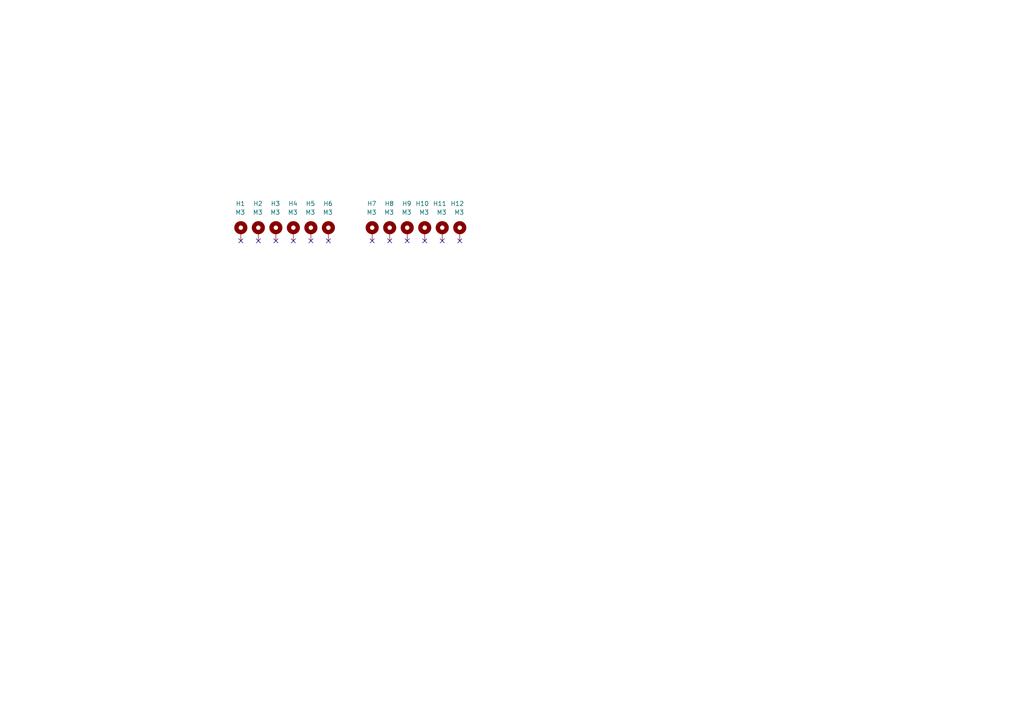
<source format=kicad_sch>
(kicad_sch (version 20211123) (generator eeschema)
  (paper "A4")
  (lib_symbols
    (symbol "Mechanical:MountingHole_Pad" (pin_numbers hide) (pin_names (offset 1.016) hide)
      (property "Reference" "H" (at 0 6.35 0))
      (property "Value" "MountingHole_Pad" (at 0 4.445 0))
      (symbol "MountingHole_Pad_0_1"
        (circle (center 0 1.27) (radius 1.27) (stroke (width 1.27)))
      )
      (symbol "MountingHole_Pad_1_1"
        (pin input line (at 0 -2.54 90) (length 2.54) (name "1") (number "1"))
      )
    )
  )
  (no_connect (at 69.85 69.85))
  (no_connect (at 133.35 69.85))
  (no_connect (at 113.03 69.85))
  (no_connect (at 128.27 69.85))
  (no_connect (at 80.01 69.85))
  (no_connect (at 107.95 69.85))
  (no_connect (at 95.25 69.85))
  (no_connect (at 74.93 69.85))
  (no_connect (at 90.17 69.85))
  (no_connect (at 123.19 69.85))
  (no_connect (at 85.09 69.85))
  (no_connect (at 118.11 69.85))
  (symbol (lib_id "Mechanical:MountingHole_Pad") (at 118.11 67.31 0) (unit 1) (in_bom no)
    (property "Reference" "H9" (at 119.38 59.055 0) (effects (justify right)))
    (property "Value" "M3" (at 119.38 61.595 0) (effects (justify right)))
    (property "Footprint" "MountingHole:MountingHole_2.2mm_M2_DIN965_Pad" (effects hide))
  )
  (symbol (lib_id "Mechanical:MountingHole_Pad") (at 95.25 67.31 0) (unit 1) (in_bom no)
    (property "Reference" "H6" (at 96.52 59.055 0) (effects (justify right)))
    (property "Value" "M3" (at 96.52 61.595 0) (effects (justify right)))
    (property "Footprint" "MountingHole:MountingHole_3.2mm_M3_ISO7380_Pad_TopBottom" (effects hide))
  )
  (symbol (lib_id "Mechanical:MountingHole_Pad") (at 107.95 67.31 0) (unit 1) (in_bom no)
    (property "Reference" "H7" (at 109.22 59.055 0) (effects (justify right)))
    (property "Value" "M3" (at 109.22 61.595 0) (effects (justify right)))
    (property "Footprint" "MountingHole:MountingHole_2.2mm_M2_DIN965_Pad" (effects hide))
  )
  (symbol (lib_id "Mechanical:MountingHole_Pad") (at 69.85 67.31 0) (unit 1) (in_bom no)
    (property "Reference" "H1" (at 71.12 59.055 0) (effects (justify right)))
    (property "Value" "M3" (at 71.12 61.595 0) (effects (justify right)))
    (property "Footprint" "MountingHole:MountingHole_3.2mm_M3_ISO7380_Pad_TopBottom" (effects hide))
  )
  (symbol (lib_id "Mechanical:MountingHole_Pad") (at 113.03 67.31 0) (unit 1) (in_bom no)
    (property "Reference" "H8" (at 114.3 59.055 0) (effects (justify right)))
    (property "Value" "M3" (at 114.3 61.595 0) (effects (justify right)))
    (property "Footprint" "MountingHole:MountingHole_2.2mm_M2_DIN965_Pad" (effects hide))
  )
  (symbol (lib_id "Mechanical:MountingHole_Pad") (at 128.27 67.31 0) (unit 1) (in_bom no)
    (property "Reference" "H11" (at 129.54 59.055 0) (effects (justify right)))
    (property "Value" "M3" (at 129.54 61.595 0) (effects (justify right)))
    (property "Footprint" "MountingHole:MountingHole_2.2mm_M2_DIN965_Pad" (effects hide))
  )
  (symbol (lib_id "Mechanical:MountingHole_Pad") (at 133.35 67.31 0) (unit 1) (in_bom no)
    (property "Reference" "H12" (at 134.62 59.055 0) (effects (justify right)))
    (property "Value" "M3" (at 134.62 61.595 0) (effects (justify right)))
    (property "Footprint" "MountingHole:MountingHole_2.2mm_M2_DIN965_Pad" (effects hide))
  )
  (symbol (lib_id "Mechanical:MountingHole_Pad") (at 123.19 67.31 0) (unit 1) (in_bom no)
    (property "Reference" "H10" (at 124.46 59.055 0) (effects (justify right)))
    (property "Value" "M3" (at 124.46 61.595 0) (effects (justify right)))
    (property "Footprint" "MountingHole:MountingHole_2.2mm_M2_DIN965_Pad" (effects hide))
  )
  (symbol (lib_id "Mechanical:MountingHole_Pad") (at 90.17 67.31 0) (unit 1) (in_bom no)
    (property "Reference" "H5" (at 91.44 59.055 0) (effects (justify right)))
    (property "Value" "M3" (at 91.44 61.595 0) (effects (justify right)))
    (property "Footprint" "MountingHole:MountingHole_3.2mm_M3_ISO7380_Pad_TopBottom" (effects hide))
  )
  (symbol (lib_id "Mechanical:MountingHole_Pad") (at 74.93 67.31 0) (unit 1) (in_bom no)
    (property "Reference" "H2" (at 76.2 59.055 0) (effects (justify right)))
    (property "Value" "M3" (at 76.2 61.595 0) (effects (justify right)))
    (property "Footprint" "MountingHole:MountingHole_3.2mm_M3_ISO7380_Pad_TopBottom" (effects hide))
  )
  (symbol (lib_id "Mechanical:MountingHole_Pad") (at 80.01 67.31 0) (unit 1) (in_bom no)
    (property "Reference" "H3" (at 81.28 59.055 0) (effects (justify right)))
    (property "Value" "M3" (at 81.28 61.595 0) (effects (justify right)))
    (property "Footprint" "MountingHole:MountingHole_3.2mm_M3_ISO7380_Pad_TopBottom" (effects hide))
  )
  (symbol (lib_id "Mechanical:MountingHole_Pad") (at 85.09 67.31 0) (unit 1) (in_bom no)
    (property "Reference" "H4" (at 86.36 59.055 0) (effects (justify right)))
    (property "Value" "M3" (at 86.36 61.595 0) (effects (justify right)))
    (property "Footprint" "MountingHole:MountingHole_3.2mm_M3_ISO7380_Pad_TopBottom" (effects hide))
  )
)
</source>
